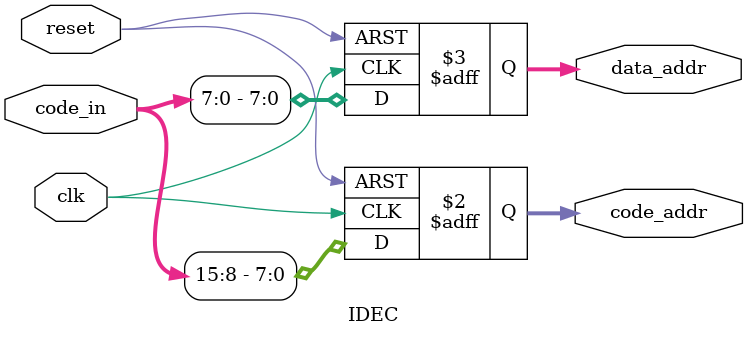
<source format=v>
`timescale 1ns / 1ps
module IDEC(
		 clk,   //Ê±ÖÓ¶Ë¿Ú
       reset,   //¸´Î»¶Ë¿Ú
       code_in,  //Ö¸ÁîÊäÈë¶Ë¿Ú
       code_addr,       //²Ù×÷ÂðÊäÈë¶Ë¿Ú
       data_addr,         //´æ´¢Æ÷µØÖ·ÊäÈë¶Ë¿Ú
	);
 
input clk,reset;
input [15:0] code_in;
output reg [7:0] code_addr;
output reg [7:0] data_addr;
 
always @(posedge clk or posedge reset) begin
	if (reset) begin
	    code_addr <= 0;
	    data_addr <= 0;
		// reset		
	end
	else
		begin
	    code_addr <= code_in [15:8];
	    data_addr <= code_in [7:0];
		end
end
endmodule
</source>
